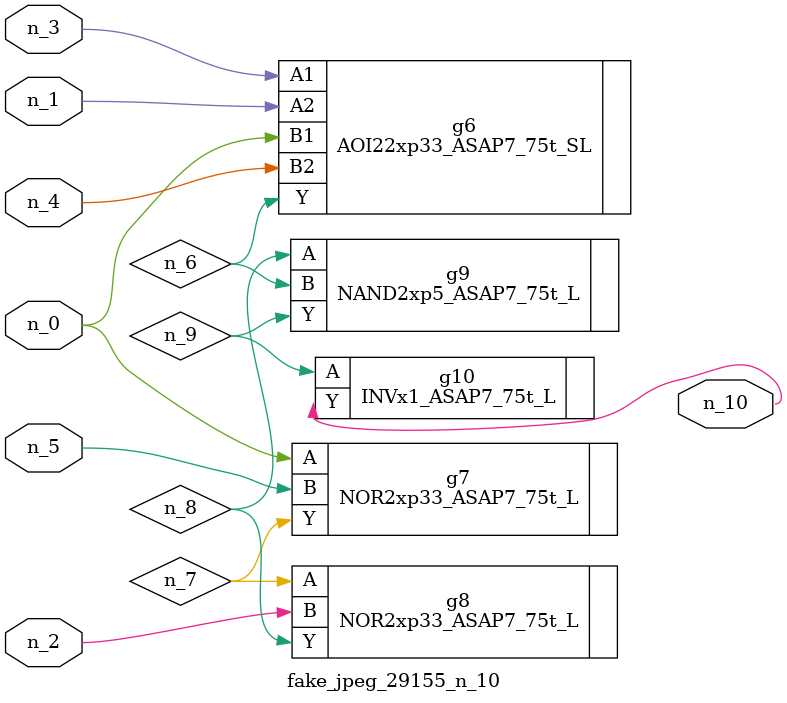
<source format=v>
module fake_jpeg_29155_n_10 (n_3, n_2, n_1, n_0, n_4, n_5, n_10);

input n_3;
input n_2;
input n_1;
input n_0;
input n_4;
input n_5;

output n_10;

wire n_8;
wire n_9;
wire n_6;
wire n_7;

AOI22xp33_ASAP7_75t_SL g6 ( 
.A1(n_3),
.A2(n_1),
.B1(n_0),
.B2(n_4),
.Y(n_6)
);

NOR2xp33_ASAP7_75t_L g7 ( 
.A(n_0),
.B(n_5),
.Y(n_7)
);

NOR2xp33_ASAP7_75t_L g8 ( 
.A(n_7),
.B(n_2),
.Y(n_8)
);

NAND2xp5_ASAP7_75t_L g9 ( 
.A(n_8),
.B(n_6),
.Y(n_9)
);

INVx1_ASAP7_75t_L g10 ( 
.A(n_9),
.Y(n_10)
);


endmodule
</source>
